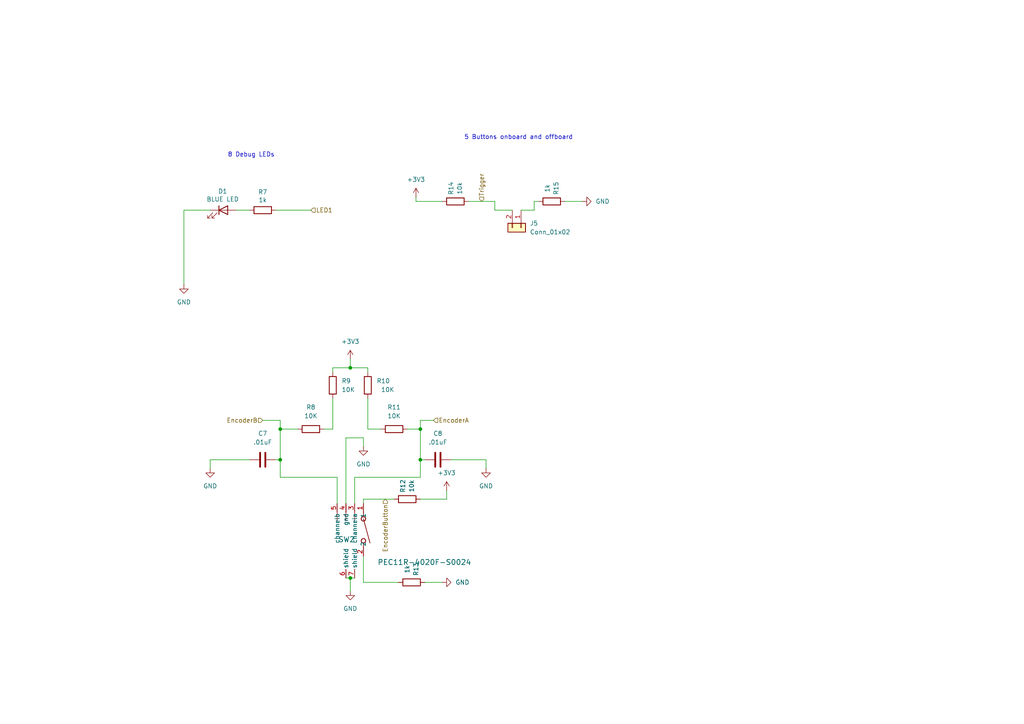
<source format=kicad_sch>
(kicad_sch (version 20250114) (generator "eeschema") (generator_version "9.0")
  (paper "A4")
  (lib_symbols
    (symbol "Connector_Generic:Conn_01x02" (pin_names (offset 1.016) (hide yes))
      (property "Reference" "J" (at 0 2.54 0))
      (property "Value" "Conn_01x02" (at 0 -5.08 0))
      (symbol "Conn_01x02_1_1"
        (rectangle (start -1.27 1.27) (end 1.27 -3.81) (stroke (width 0.254)) (fill (type background)))
        (rectangle (start -1.27 0.127) (end 0 -0.127) (stroke (width 0.1524)))
        (rectangle (start -1.27 -2.413) (end 0 -2.667) (stroke (width 0.1524)))
        (pin passive line (at -5.08 0 0) (length 3.81) (name "Pin_1") (number "1"))
        (pin passive line (at -5.08 -2.54 0) (length 3.81) (name "Pin_2") (number "2"))
      )
    )
    (symbol "Device:C" (pin_numbers (hide yes)) (pin_names (offset 0.254))
      (property "Reference" "C" (at 0.635 2.54 0))
      (property "Value" "C" (at 0.635 -2.54 0))
      (symbol "C_0_1"
        (polyline (pts (xy -2.032 0.762) (xy 2.032 0.762)) (stroke (width 0.508)))
        (polyline (pts (xy -2.032 -0.762) (xy 2.032 -0.762)) (stroke (width 0.508)))
      )
      (symbol "C_1_1"
        (pin passive line (at 0 3.81 270) (length 2.794) (name "~") (number "1"))
        (pin passive line (at 0 -3.81 90) (length 2.794) (name "~") (number "2"))
      )
    )
    (symbol "LED_3" (pin_numbers (hide yes)) (pin_names (offset 1.016) (hide yes))
      (property "Reference" "D" (at 0 2.54 0))
      (property "Value" "LED" (at 0 -2.54 0))
      (symbol "LED_3_0_1"
        (polyline (pts (xy -3.048 -0.762) (xy -4.572 -2.286) (xy -3.81 -2.286) (xy -4.572 -2.286) (xy -4.572 -1.524)))
        (polyline (pts (xy -1.778 -0.762) (xy -3.302 -2.286) (xy -2.54 -2.286) (xy -3.302 -2.286) (xy -3.302 -1.524)))
        (polyline (pts (xy -1.27 0) (xy 1.27 0)))
        (polyline (pts (xy -1.27 -1.27) (xy -1.27 1.27)) (stroke (width 0.254)))
        (polyline (pts (xy 1.27 -1.27) (xy 1.27 1.27) (xy -1.27 0) (xy 1.27 -1.27)) (stroke (width 0.254)))
      )
      (symbol "LED_3_1_1"
        (pin passive line (at -3.81 0 0) (length 2.54) (name "K") (number "1"))
        (pin passive line (at 3.81 0 180) (length 2.54) (name "A") (number "2"))
      )
    )
    (symbol "WaterBlaster:PEC11R-4020F-S0024" (pin_names (offset 0.254))
      (property "Reference" "SW" (at 0 3.81 0))
      (property "Value" "PEC11R-4020F-S0024" (at 0.254 4.826 0))
      (symbol "PEC11R-4020F-S0024_0_1"
        (polyline (pts (xy -5.08 0) (xy -3.81 0)) (stroke (width 0.2032)))
        (circle (center -3.175 0) (radius 0.635) (stroke (width 0.254)))
        (polyline (pts (xy -3.175 0) (xy 3.81 1.905)) (stroke (width 0.2032)))
        (circle (center 3.175 0) (radius 0.635) (stroke (width 0.254)))
        (polyline (pts (xy 5.08 0) (xy 3.81 0)) (stroke (width 0.2032)))
        (pin unspecified line (at -7.62 0 0) (length 2.54) (name "1") (number "1"))
        (pin unspecified line (at 7.62 0 180) (length 2.54) (name "2") (number "2"))
      )
      (symbol "PEC11R-4020F-S0024_1_1"
        (polyline (pts (xy -2.54 -2.54) (xy -7.62 -2.54)))
        (polyline (pts (xy -2.54 -5.08) (xy -7.62 -5.08)))
        (polyline (pts (xy -2.54 -7.62) (xy -7.62 -7.62)))
        (pin passive line (at -7.62 -2.54 0) (length 2.54) (name "channela") (number "3"))
        (pin passive line (at -7.62 -5.08 0) (length 2.54) (name "gnd") (number "4"))
        (pin passive line (at -7.62 -7.62 0) (length 2.54) (name "channelb") (number "5"))
        (pin passive line (at 13.97 -2.54 180) (length 2.54) (name "shield") (number "7"))
        (pin passive line (at 13.97 -5.08 180) (length 2.54) (name "shield") (number "6"))
      )
    )
    (symbol "device:R" (pin_numbers (hide yes)) (pin_names (offset 0))
      (property "Reference" "R" (at 2.032 0 90))
      (property "Value" "R" (at 0 0 90))
      (symbol "R_0_1"
        (rectangle (start -1.016 -2.54) (end 1.016 2.54) (stroke (width 0.254)))
      )
      (symbol "R_1_1"
        (pin passive line (at 0 3.81 270) (length 1.27) (name "~") (number "1"))
        (pin passive line (at 0 -3.81 90) (length 1.27) (name "~") (number "2"))
      )
    )
    (symbol "power:+3V3" (power) (pin_numbers (hide yes)) (pin_names (offset 0) (hide yes))
      (property "Value" "+3V3" (at 0 3.556 0))
      (symbol "+3V3_0_1"
        (polyline (pts (xy -0.762 1.27) (xy 0 2.54)))
        (polyline (pts (xy 0 2.54) (xy 0.762 1.27)))
        (polyline (pts (xy 0 0) (xy 0 2.54)))
      )
      (symbol "+3V3_1_1"
        (pin power_in line (at 0 0 90) (length 0) (name "~") (number "1"))
      )
    )
    (symbol "power:GND" (power) (pin_numbers (hide yes)) (pin_names (offset 0) (hide yes))
      (property "Value" "GND" (at 0 -3.81 0))
      (symbol "GND_0_1"
        (polyline (pts (xy 0 0) (xy 0 -1.27) (xy 1.27 -1.27) (xy 0 -2.54) (xy -1.27 -1.27) (xy 0 -1.27)))
      )
      (symbol "GND_1_1"
        (pin power_in line (at 0 0 270) (length 0) (name "~") (number "1"))
      )
    )
  )
  (text "8 Debug LEDs" (at 66.04 45.72 0) (effects (font (size 1.27 1.27)) (justify left bottom)))
  (text "5 Buttons onboard and offboard" (at 134.62 40.64 0) (effects (font (size 1.27 1.27)) (justify left bottom)))
  (junction (at 101.6 167.64))
  (junction (at 121.92 124.46))
  (junction (at 81.28 124.46))
  (junction (at 121.92 133.35))
  (junction (at 101.6 106.68))
  (junction (at 81.28 133.35))
  (wire (pts (xy 101.6 167.64) (xy 101.6 171.45)))
  (wire (pts (xy 100.33 167.64) (xy 101.6 167.64)))
  (wire (pts (xy 72.39 133.35) (xy 60.96 133.35)))
  (wire (pts (xy 106.68 106.68) (xy 101.6 106.68)))
  (wire (pts (xy 154.94 58.42) (xy 156.21 58.42)))
  (wire (pts (xy 106.68 107.95) (xy 106.68 106.68)))
  (wire (pts (xy 96.52 107.95) (xy 96.52 106.68)))
  (wire (pts (xy 68.58 60.96) (xy 72.39 60.96)))
  (wire (pts (xy 96.52 115.57) (xy 96.52 124.46)))
  (wire (pts (xy 121.92 133.35) (xy 123.19 133.35)))
  (wire (pts (xy 121.92 121.92) (xy 121.92 124.46)))
  (wire (pts (xy 121.92 133.35) (xy 121.92 138.43)))
  (wire (pts (xy 105.41 161.29) (xy 105.41 168.91)))
  (wire (pts (xy 100.33 127) (xy 100.33 146.05)))
  (wire (pts (xy 163.83 58.42) (xy 168.91 58.42)))
  (wire (pts (xy 106.68 115.57) (xy 106.68 124.46)))
  (wire (pts (xy 81.28 124.46) (xy 81.28 133.35)))
  (wire (pts (xy 96.52 124.46) (xy 93.98 124.46)))
  (wire (pts (xy 120.65 58.42) (xy 120.65 57.15)))
  (wire (pts (xy 120.65 58.42) (xy 128.27 58.42)))
  (wire (pts (xy 102.87 138.43) (xy 121.92 138.43)))
  (wire (pts (xy 102.87 167.64) (xy 101.6 167.64)))
  (wire (pts (xy 100.33 127) (xy 105.41 127)))
  (wire (pts (xy 105.41 144.78) (xy 114.3 144.78)))
  (wire (pts (xy 81.28 121.92) (xy 81.28 124.46)))
  (wire (pts (xy 118.11 124.46) (xy 121.92 124.46)))
  (wire (pts (xy 96.52 106.68) (xy 101.6 106.68)))
  (wire (pts (xy 102.87 146.05) (xy 102.87 138.43)))
  (wire (pts (xy 135.89 58.42) (xy 143.51 58.42)))
  (wire (pts (xy 80.01 60.96) (xy 90.17 60.96)))
  (wire (pts (xy 154.94 60.96) (xy 154.94 58.42)))
  (wire (pts (xy 110.49 124.46) (xy 106.68 124.46)))
  (wire (pts (xy 121.92 121.92) (xy 125.73 121.92)))
  (wire (pts (xy 151.13 60.96) (xy 154.94 60.96)))
  (wire (pts (xy 123.19 168.91) (xy 128.27 168.91)))
  (wire (pts (xy 97.79 146.05) (xy 97.79 138.43)))
  (wire (pts (xy 129.54 142.24) (xy 129.54 144.78)))
  (wire (pts (xy 81.28 133.35) (xy 81.28 138.43)))
  (wire (pts (xy 81.28 124.46) (xy 86.36 124.46)))
  (wire (pts (xy 130.81 133.35) (xy 140.97 133.35)))
  (wire (pts (xy 105.41 168.91) (xy 115.57 168.91)))
  (wire (pts (xy 143.51 58.42) (xy 143.51 60.96)))
  (wire (pts (xy 105.41 146.05) (xy 105.41 144.78)))
  (wire (pts (xy 143.51 60.96) (xy 148.59 60.96)))
  (wire (pts (xy 129.54 144.78) (xy 121.92 144.78)))
  (wire (pts (xy 76.2 121.92) (xy 81.28 121.92)))
  (wire (pts (xy 53.34 60.96) (xy 53.34 82.55)))
  (wire (pts (xy 81.28 133.35) (xy 80.01 133.35)))
  (wire (pts (xy 60.96 133.35) (xy 60.96 135.89)))
  (wire (pts (xy 140.97 133.35) (xy 140.97 135.89)))
  (wire (pts (xy 60.96 60.96) (xy 53.34 60.96)))
  (wire (pts (xy 101.6 106.68) (xy 101.6 104.14)))
  (wire (pts (xy 97.79 138.43) (xy 81.28 138.43)))
  (wire (pts (xy 121.92 124.46) (xy 121.92 133.35)))
  (wire (pts (xy 105.41 127) (xy 105.41 129.54)))
  (hierarchical_label "EncoderA" (shape input) (at 125.73 121.92 0))
  (hierarchical_label "Trigger" (shape input) (at 139.7 58.42 90))
  (hierarchical_label "EncoderButton" (shape input) (at 111.76 144.78 270))
  (hierarchical_label "EncoderB" (shape input) (at 76.2 121.92 180))
  (hierarchical_label "LED1" (shape input) (at 90.17 60.96 0))
  (symbol (lib_id "device:R") (at 90.17 124.46 90) (unit 1)
    (property "Reference" "R8" (at 90.17 118.11 90))
    (property "Value" "10K" (at 90.17 120.65 90))
    (property "Footprint" "Resistor_SMD:R_0603_1608Metric_Pad0.98x0.95mm_HandSolder" (effects (hide yes)))
    (property "Description" "Resistor" (effects (hide yes)))
  )
  (symbol (lib_name "LED_3") (lib_id "device:LED") (at 64.77 60.96 0) (unit 1)
    (property "Reference" "D1" (at 64.5922 55.4736 0))
    (property "Value" "BLUE LED" (at 64.5922 57.785 0))
    (property "Footprint" "LED_SMD:LED_0603_1608Metric_Pad1.05x0.95mm_HandSolder" (effects (hide yes)))
    (property "MPN" "LED BLUE CLEAR 0603 SMD" (effects (hide yes)))
    (property "Sim.Pins" "1=K 2=A" (effects (hide yes)))
  )
  (symbol (lib_id "device:R") (at 106.68 111.76 0) (unit 1)
    (property "Reference" "R10" (at 109.22 110.4899 0) (effects (justify left)))
    (property "Value" "10K" (at 110.49 113.0299 0) (effects (justify left)))
    (property "Footprint" "Resistor_SMD:R_0603_1608Metric_Pad0.98x0.95mm_HandSolder" (effects (hide yes)))
    (property "Description" "Resistor" (effects (hide yes)))
  )
  (symbol (lib_id "power:GND") (at 140.97 135.89 0) (unit 1)
    (property "Reference" "#PWR027" (effects (hide yes)))
    (property "Value" "GND" (at 140.97 140.97 0))
    (property "Description" "Power symbol creates a global label with name \"GND\" , ground" (effects (hide yes)))
  )
  (symbol (lib_id "device:R") (at 76.2 60.96 270) (unit 1)
    (property "Reference" "R7" (at 76.2 55.7022 90))
    (property "Value" "1k" (at 76.2 58.0136 90))
    (property "Footprint" "Resistor_SMD:R_0603_1608Metric_Pad0.98x0.95mm_HandSolder" (effects (hide yes)))
    (property "MPN" "RES SMD 1K OHM 5% 1/10W 0603" (effects (hide yes)))
  )
  (symbol (lib_id "power:GND") (at 60.96 135.89 0) (unit 1)
    (property "Reference" "#PWR020" (effects (hide yes)))
    (property "Value" "GND" (at 60.96 140.97 0))
    (property "Description" "Power symbol creates a global label with name \"GND\" , ground" (effects (hide yes)))
  )
  (symbol (lib_id "power:+3V3") (at 129.54 142.24 0) (unit 1)
    (property "Reference" "#PWR026" (effects (hide yes)))
    (property "Value" "+3V3" (at 129.54 137.16 0))
  )
  (symbol (lib_id "device:R") (at 160.02 58.42 270) (unit 1)
    (property "Reference" "R15" (at 161.29 54.61 0))
    (property "Value" "1k" (at 158.75 54.61 0))
    (property "Footprint" "Resistor_SMD:R_0603_1608Metric_Pad0.98x0.95mm_HandSolder" (effects (hide yes)))
    (property "Note" "0.1W 5% 0603  " (effects (hide yes)))
    (property "MPN" "RES SMD 1K OHM 5% 1/10W 0603" (effects (hide yes)))
  )
  (symbol (lib_id "device:R") (at 119.38 168.91 270) (unit 1)
    (property "Reference" "R13" (at 120.65 165.1 0))
    (property "Value" "1k" (at 118.11 165.1 0))
    (property "Footprint" "Resistor_SMD:R_0603_1608Metric_Pad0.98x0.95mm_HandSolder" (effects (hide yes)))
    (property "Note" "0.1W 5% 0603  " (effects (hide yes)))
    (property "MPN" "RES SMD 1K OHM 5% 1/10W 0603" (effects (hide yes)))
  )
  (symbol (lib_id "device:R") (at 96.52 111.76 180) (unit 1)
    (property "Reference" "R9" (at 99.06 110.4899 0) (effects (justify right)))
    (property "Value" "10K" (at 99.06 113.0299 0) (effects (justify right)))
    (property "Footprint" "Resistor_SMD:R_0603_1608Metric_Pad0.98x0.95mm_HandSolder" (effects (hide yes)))
    (property "Description" "Resistor" (effects (hide yes)))
  )
  (symbol (lib_id "device:R") (at 114.3 124.46 90) (unit 1)
    (property "Reference" "R11" (at 114.3 118.11 90))
    (property "Value" "10K" (at 114.3 120.65 90))
    (property "Footprint" "Resistor_SMD:R_0603_1608Metric_Pad0.98x0.95mm_HandSolder" (effects (hide yes)))
    (property "Description" "Resistor" (effects (hide yes)))
  )
  (symbol (lib_id "power:GND") (at 128.27 168.91 90) (unit 1)
    (property "Reference" "#PWR025" (effects (hide yes)))
    (property "Value" "GND" (at 132.08 168.91 90) (effects (justify right)))
  )
  (symbol (lib_id "device:R") (at 132.08 58.42 270) (unit 1)
    (property "Reference" "R14" (at 130.81 54.61 0))
    (property "Value" "10k" (at 133.35 54.61 0))
    (property "Footprint" "Resistor_SMD:R_0603_1608Metric_Pad0.98x0.95mm_HandSolder" (effects (hide yes)))
    (property "Note" "0.1W 5% 0603  " (effects (hide yes)))
    (property "MPN" "RES SMD 10K OHM 5% 1/10W 0603" (effects (hide yes)))
  )
  (symbol (lib_id "Device:C") (at 127 133.35 90) (unit 1)
    (property "Reference" "C8" (at 127 125.73 90))
    (property "Value" ".01uF" (at 127 128.27 90))
    (property "Footprint" "Capacitor_SMD:C_0603_1608Metric_Pad1.08x0.95mm_HandSolder" (effects (hide yes)))
    (property "Description" "Unpolarized capacitor" (effects (hide yes)))
  )
  (symbol (lib_id "Connector_Generic:Conn_01x02") (at 151.13 66.04 270) (unit 1)
    (property "Reference" "J5" (at 153.67 64.77 90) (effects (justify left)))
    (property "Value" "Conn_01x02" (at 153.67 67.31 90) (effects (justify left)))
    (property "Footprint" "WaterBlaster:MOLEX_436500227" (effects (hide yes)))
  )
  (symbol (lib_id "power:GND") (at 105.41 129.54 0) (unit 1)
    (property "Reference" "#PWR023" (effects (hide yes)))
    (property "Value" "GND" (at 105.41 134.62 0))
    (property "Description" "Power symbol creates a global label with name \"GND\" , ground" (effects (hide yes)))
  )
  (symbol (lib_id "device:R") (at 118.11 144.78 270) (unit 1)
    (property "Reference" "R12" (at 116.84 140.97 0))
    (property "Value" "10k" (at 119.38 140.97 0))
    (property "Footprint" "Resistor_SMD:R_0603_1608Metric_Pad0.98x0.95mm_HandSolder" (effects (hide yes)))
    (property "Note" "0.1W 5% 0603  " (effects (hide yes)))
    (property "MPN" "RES SMD 10K OHM 5% 1/10W 0603" (effects (hide yes)))
  )
  (symbol (lib_id "power:GND") (at 53.34 82.55 0) (unit 1)
    (property "Reference" "#PWR019" (effects (hide yes)))
    (property "Value" "GND" (at 53.34 87.63 0))
  )
  (symbol (lib_id "power:GND") (at 168.91 58.42 90) (unit 1)
    (property "Reference" "#PWR028" (effects (hide yes)))
    (property "Value" "GND" (at 172.72 58.42 90) (effects (justify right)))
  )
  (symbol (lib_id "power:+3V3") (at 120.65 57.15 0) (unit 1)
    (property "Reference" "#PWR024" (effects (hide yes)))
    (property "Value" "+3V3" (at 120.65 52.07 0))
  )
  (symbol (lib_id "WaterBlaster:PEC11R-4020F-S0024") (at 105.41 153.67 270) (unit 1)
    (property "Reference" "SW2" (at 98.044 156.464 90) (effects (font (size 1.524 1.524)) (justify left)))
    (property "Value" "PEC11R-4020F-S0024" (at 109.474 163.068 90) (effects (font (size 1.524 1.524)) (justify left)))
    (property "Footprint" "WaterBlaster:SW_PEC11R-4XXXK-SXXXX_BRN" (effects (hide yes)))
    (property "Datasheet" "PEC11R-4020F-S0024" (effects (hide yes)))
  )
  (symbol (lib_id "power:+3V3") (at 101.6 104.14 0) (unit 1)
    (property "Reference" "#PWR021" (effects (hide yes)))
    (property "Value" "+3V3" (at 101.6 99.06 0))
    (property "Description" "Power symbol creates a global label with name \"+3V3\"" (effects (hide yes)))
  )
  (symbol (lib_id "Device:C") (at 76.2 133.35 90) (unit 1)
    (property "Reference" "C7" (at 76.2 125.73 90))
    (property "Value" ".01uF" (at 76.2 128.27 90))
    (property "Footprint" "Capacitor_SMD:C_0603_1608Metric_Pad1.08x0.95mm_HandSolder" (effects (hide yes)))
    (property "Description" "Unpolarized capacitor" (effects (hide yes)))
  )
  (symbol (lib_id "power:GND") (at 101.6 171.45 0) (unit 1)
    (property "Reference" "#PWR022" (effects (hide yes)))
    (property "Value" "GND" (at 101.6 176.53 0))
    (property "Description" "Power symbol creates a global label with name \"GND\" , ground" (effects (hide yes)))
  )
)
</source>
